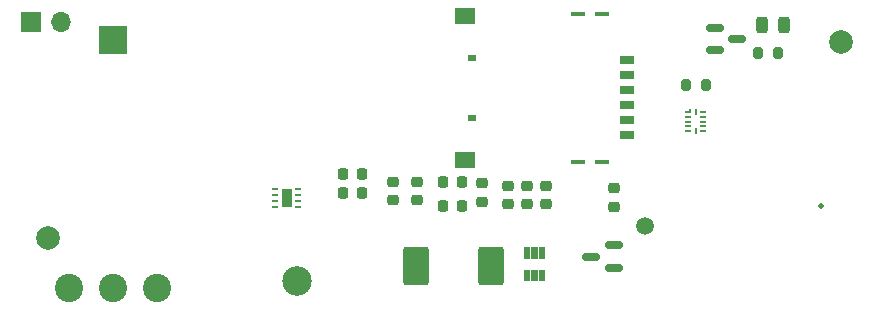
<source format=gbr>
%TF.GenerationSoftware,KiCad,Pcbnew,8.0.5*%
%TF.CreationDate,2024-09-13T15:02:39+03:00*%
%TF.ProjectId,LEXI-R422,4c455849-2d52-4343-9232-2e6b69636164,rev?*%
%TF.SameCoordinates,Original*%
%TF.FileFunction,Soldermask,Top*%
%TF.FilePolarity,Negative*%
%FSLAX46Y46*%
G04 Gerber Fmt 4.6, Leading zero omitted, Abs format (unit mm)*
G04 Created by KiCad (PCBNEW 8.0.5) date 2024-09-13 15:02:39*
%MOMM*%
%LPD*%
G01*
G04 APERTURE LIST*
G04 Aperture macros list*
%AMRoundRect*
0 Rectangle with rounded corners*
0 $1 Rounding radius*
0 $2 $3 $4 $5 $6 $7 $8 $9 X,Y pos of 4 corners*
0 Add a 4 corners polygon primitive as box body*
4,1,4,$2,$3,$4,$5,$6,$7,$8,$9,$2,$3,0*
0 Add four circle primitives for the rounded corners*
1,1,$1+$1,$2,$3*
1,1,$1+$1,$4,$5*
1,1,$1+$1,$6,$7*
1,1,$1+$1,$8,$9*
0 Add four rect primitives between the rounded corners*
20,1,$1+$1,$2,$3,$4,$5,0*
20,1,$1+$1,$4,$5,$6,$7,0*
20,1,$1+$1,$6,$7,$8,$9,0*
20,1,$1+$1,$8,$9,$2,$3,0*%
G04 Aperture macros list end*
%ADD10C,0.010000*%
%ADD11RoundRect,0.225000X0.250000X-0.225000X0.250000X0.225000X-0.250000X0.225000X-0.250000X-0.225000X0*%
%ADD12RoundRect,0.250001X-0.837499X-1.399999X0.837499X-1.399999X0.837499X1.399999X-0.837499X1.399999X0*%
%ADD13RoundRect,0.225000X-0.225000X-0.250000X0.225000X-0.250000X0.225000X0.250000X-0.225000X0.250000X0*%
%ADD14RoundRect,0.150000X-0.587500X-0.150000X0.587500X-0.150000X0.587500X0.150000X-0.587500X0.150000X0*%
%ADD15R,1.150000X0.650000*%
%ADD16R,1.300000X0.450000*%
%ADD17R,1.700000X1.400000*%
%ADD18R,0.800000X0.540000*%
%ADD19R,0.600000X0.200000*%
%ADD20R,0.150000X0.250000*%
%ADD21R,0.200000X0.600000*%
%ADD22C,1.500000*%
%ADD23RoundRect,0.200000X-0.200000X-0.275000X0.200000X-0.275000X0.200000X0.275000X-0.200000X0.275000X0*%
%ADD24RoundRect,0.062500X-0.187500X-0.062500X0.187500X-0.062500X0.187500X0.062500X-0.187500X0.062500X0*%
%ADD25R,0.900000X1.600000*%
%ADD26R,2.400000X2.400000*%
%ADD27C,2.400000*%
%ADD28C,2.500000*%
%ADD29C,2.000000*%
%ADD30RoundRect,0.200000X0.200000X0.275000X-0.200000X0.275000X-0.200000X-0.275000X0.200000X-0.275000X0*%
%ADD31R,1.700000X1.700000*%
%ADD32O,1.700000X1.700000*%
%ADD33RoundRect,0.225000X-0.250000X0.225000X-0.250000X-0.225000X0.250000X-0.225000X0.250000X0.225000X0*%
%ADD34C,0.500000*%
%ADD35RoundRect,0.243750X-0.243750X-0.456250X0.243750X-0.456250X0.243750X0.456250X-0.243750X0.456250X0*%
%ADD36RoundRect,0.150000X0.587500X0.150000X-0.587500X0.150000X-0.587500X-0.150000X0.587500X-0.150000X0*%
G04 APERTURE END LIST*
D10*
%TO.C,D1*%
X46975000Y-800700D02*
X46524564Y-800700D01*
X46524564Y100000D01*
X46975000Y100000D01*
X46975000Y-800700D01*
G36*
X46975000Y-800700D02*
G01*
X46524564Y-800700D01*
X46524564Y100000D01*
X46975000Y100000D01*
X46975000Y-800700D01*
G37*
X46975000Y1100083D02*
X46524855Y1100083D01*
X46524855Y2000000D01*
X46975000Y2000000D01*
X46975000Y1100083D01*
G36*
X46975000Y1100083D02*
G01*
X46524855Y1100083D01*
X46524855Y2000000D01*
X46975000Y2000000D01*
X46975000Y1100083D01*
G37*
X47625000Y1100565D02*
X47174746Y1100565D01*
X47174746Y2000000D01*
X47625000Y2000000D01*
X47625000Y1100565D01*
G36*
X47625000Y1100565D02*
G01*
X47174746Y1100565D01*
X47174746Y2000000D01*
X47625000Y2000000D01*
X47625000Y1100565D01*
G37*
X47625000Y-800820D02*
X47174869Y-800820D01*
X47174869Y100000D01*
X47625000Y100000D01*
X47625000Y-800820D01*
G36*
X47625000Y-800820D02*
G01*
X47174869Y-800820D01*
X47174869Y100000D01*
X47625000Y100000D01*
X47625000Y-800820D01*
G37*
X48275000Y1100308D02*
X47825262Y1100308D01*
X47825262Y2000000D01*
X48275000Y2000000D01*
X48275000Y1100308D01*
G36*
X48275000Y1100308D02*
G01*
X47825262Y1100308D01*
X47825262Y2000000D01*
X48275000Y2000000D01*
X48275000Y1100308D01*
G37*
X48275000Y-801810D02*
X47825551Y-801810D01*
X47825551Y100000D01*
X48275000Y100000D01*
X48275000Y-801810D01*
G36*
X48275000Y-801810D02*
G01*
X47825551Y-801810D01*
X47825551Y100000D01*
X48275000Y100000D01*
X48275000Y-801810D01*
G37*
%TD*%
D11*
%TO.C,C1*%
X48400000Y5625000D03*
X48400000Y7175000D03*
%TD*%
%TO.C,C2*%
X46800000Y5625000D03*
X46800000Y7175000D03*
%TD*%
%TO.C,C3*%
X45200000Y5625000D03*
X45200000Y7175000D03*
%TD*%
%TO.C,C4*%
X54200000Y5425000D03*
X54200000Y6975000D03*
%TD*%
D12*
%TO.C,C6*%
X37412500Y400000D03*
X43787500Y400000D03*
%TD*%
D11*
%TO.C,C7*%
X37500000Y5950000D03*
X37500000Y7500000D03*
%TD*%
D13*
%TO.C,C8*%
X31250000Y8174800D03*
X32800000Y8174800D03*
%TD*%
%TO.C,C9*%
X39725000Y5500000D03*
X41275000Y5500000D03*
%TD*%
%TO.C,C10*%
X31250000Y6600000D03*
X32800000Y6600000D03*
%TD*%
%TO.C,C11*%
X39725000Y7500000D03*
X41275000Y7500000D03*
%TD*%
D11*
%TO.C,C12*%
X35500000Y5950000D03*
X35500000Y7500000D03*
%TD*%
D14*
%TO.C,Q8*%
X62725000Y20550000D03*
X62725000Y18650000D03*
X64600000Y19600000D03*
%TD*%
D15*
%TO.C,J11*%
X55295000Y12745000D03*
X55295000Y15285000D03*
X55295000Y17825000D03*
X55295000Y11475000D03*
X55295000Y14015000D03*
X55295000Y16555000D03*
D16*
X53125000Y9230000D03*
X51125000Y9230000D03*
X53125000Y21770000D03*
X51125000Y21770000D03*
D17*
X41565000Y21605000D03*
X41565000Y9395000D03*
D18*
X42145000Y12960000D03*
X42145000Y18040000D03*
%TD*%
D19*
%TO.C,U2*%
X60425000Y13425000D03*
D20*
X60650000Y13600000D03*
D19*
X60425000Y13025000D03*
X60425000Y12625000D03*
X60425000Y12225000D03*
X60425000Y11825000D03*
D21*
X61075000Y11825000D03*
D19*
X61725000Y11825000D03*
X61725000Y12225000D03*
X61725000Y12625000D03*
X61725000Y13025000D03*
X61725000Y13425000D03*
D21*
X61075000Y13425000D03*
%TD*%
D22*
%TO.C,TP4*%
X56800000Y3800000D03*
%TD*%
D23*
%TO.C,R3*%
X60300000Y15725000D03*
X61950000Y15725000D03*
%TD*%
D24*
%TO.C,U1*%
X25500000Y6900000D03*
X25500000Y6400000D03*
X25500000Y5900000D03*
X25500000Y5400000D03*
X27400000Y5400000D03*
X27400000Y5900000D03*
X27400000Y6400000D03*
X27400000Y6900000D03*
D25*
X26450000Y6150000D03*
%TD*%
D26*
%TO.C,BT1*%
X11750000Y19500000D03*
D27*
X11750000Y-1500000D03*
X15500000Y-1500000D03*
X8000000Y-1500000D03*
%TD*%
D28*
%TO.C,H1*%
X27330400Y-863600D03*
%TD*%
D29*
%TO.C,FID1*%
X73400000Y19400000D03*
%TD*%
D30*
%TO.C,R2*%
X68025000Y18400000D03*
X66375000Y18400000D03*
%TD*%
D31*
%TO.C,J1*%
X4800000Y21100000D03*
D32*
X7340000Y21100000D03*
%TD*%
D29*
%TO.C,FID4*%
X6223000Y2794000D03*
%TD*%
D33*
%TO.C,C15*%
X43000000Y7400000D03*
X43000000Y5850000D03*
%TD*%
D34*
%TO.C,TP1*%
X71689600Y5511800D03*
%TD*%
D35*
%TO.C,D2*%
X66662500Y20800000D03*
X68537500Y20800000D03*
%TD*%
D36*
%TO.C,Q3*%
X54137500Y250000D03*
X54137500Y2150000D03*
X52262500Y1200000D03*
%TD*%
M02*

</source>
